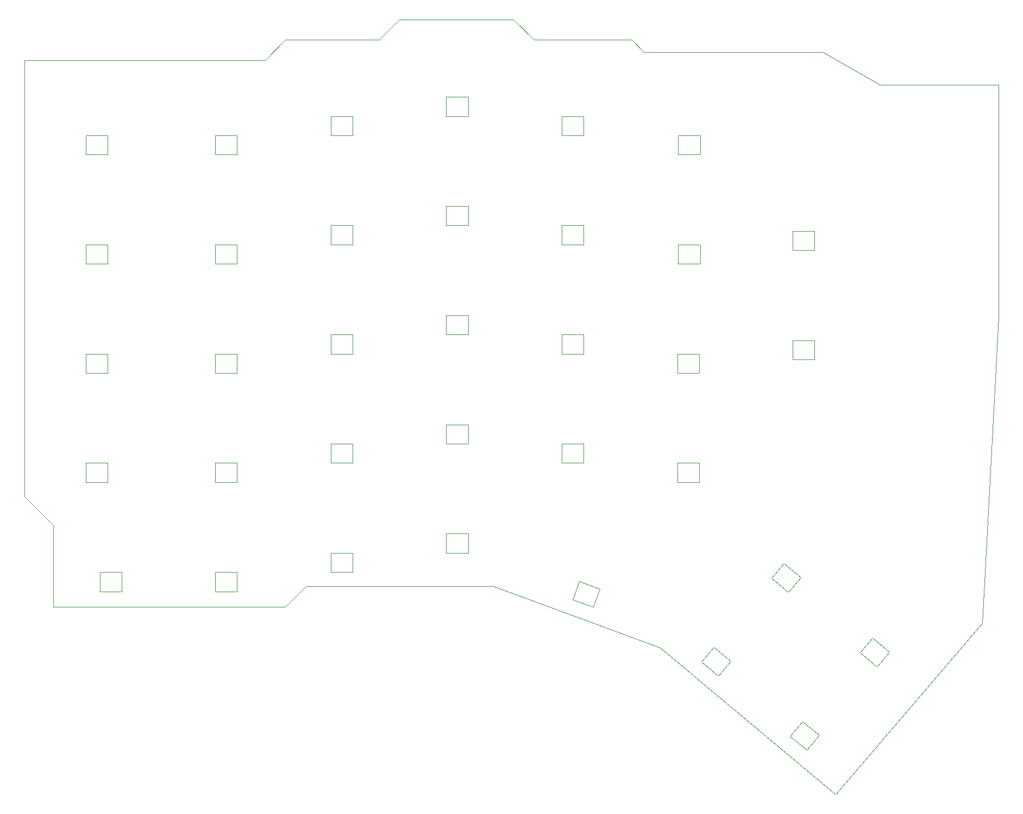
<source format=gm1>
G04 #@! TF.GenerationSoftware,KiCad,Pcbnew,(6.0.5)*
G04 #@! TF.CreationDate,2022-06-20T01:21:13+02:00*
G04 #@! TF.ProjectId,LPKeyboard,4c504b65-7962-46f6-9172-642e6b696361,rev?*
G04 #@! TF.SameCoordinates,Original*
G04 #@! TF.FileFunction,Profile,NP*
%FSLAX46Y46*%
G04 Gerber Fmt 4.6, Leading zero omitted, Abs format (unit mm)*
G04 Created by KiCad (PCBNEW (6.0.5)) date 2022-06-20 01:21:13*
%MOMM*%
%LPD*%
G01*
G04 APERTURE LIST*
G04 #@! TA.AperFunction,Profile*
%ADD10C,0.100000*%
G04 #@! TD*
G04 #@! TA.AperFunction,Profile*
%ADD11C,0.120000*%
G04 #@! TD*
G04 APERTURE END LIST*
D10*
X115570000Y-48895000D02*
X112395000Y-45720000D01*
X132715000Y-50800000D02*
X130810000Y-48895000D01*
X160655000Y-50800000D02*
X132715000Y-50800000D01*
X94615000Y-45720000D02*
X91440000Y-48895000D01*
X91440000Y-48895000D02*
X76835000Y-48895000D01*
X169545000Y-55880000D02*
X160655000Y-50800000D01*
X40640000Y-124460000D02*
X40640000Y-137160000D01*
X162560000Y-166370000D02*
X185420000Y-139700000D01*
X73660000Y-52070000D02*
X36195000Y-52070000D01*
X130810000Y-48895000D02*
X115570000Y-48895000D01*
X185420000Y-139700000D02*
X187960000Y-92075000D01*
X112395000Y-45720000D02*
X94615000Y-45720000D01*
X187960000Y-55880000D02*
X169545000Y-55880000D01*
X36195000Y-52070000D02*
X36195000Y-120015000D01*
X36195000Y-120015000D02*
X40640000Y-124460000D01*
X187960000Y-92075000D02*
X187960000Y-55880000D01*
X76835000Y-137160000D02*
X80010000Y-133985000D01*
X76835000Y-48895000D02*
X73660000Y-52070000D01*
X80010000Y-133985000D02*
X109220000Y-133985000D01*
X40640000Y-137160000D02*
X76835000Y-137160000D01*
X109220000Y-133985000D02*
X135255000Y-143510000D01*
X135255000Y-143510000D02*
X162560000Y-166370000D01*
D11*
X45710000Y-63779800D02*
X49110000Y-63779800D01*
X49110000Y-66779800D02*
X45710000Y-66779800D01*
X49110000Y-63779800D02*
X49110000Y-66779800D01*
X45710000Y-66779800D02*
X45710000Y-63779800D01*
X137897500Y-97777400D02*
X141297500Y-97777400D01*
X141297500Y-100777400D02*
X137897500Y-100777400D01*
X141297500Y-97777400D02*
X141297500Y-100777400D01*
X137897500Y-100777400D02*
X137897500Y-97777400D01*
X119897500Y-94779800D02*
X123297500Y-94779800D01*
X123297500Y-97779800D02*
X119897500Y-97779800D01*
X123297500Y-94779800D02*
X123297500Y-97779800D01*
X119897500Y-97779800D02*
X119897500Y-94779800D01*
X83897500Y-60779800D02*
X87297500Y-60779800D01*
X87297500Y-63779800D02*
X83897500Y-63779800D01*
X87297500Y-60779800D02*
X87297500Y-63779800D01*
X83897500Y-63779800D02*
X83897500Y-60779800D01*
X45710000Y-97779800D02*
X49110000Y-97779800D01*
X49110000Y-100779800D02*
X45710000Y-100779800D01*
X49110000Y-97779800D02*
X49110000Y-100779800D01*
X45710000Y-100779800D02*
X45710000Y-97779800D01*
X155897500Y-78654800D02*
X159297500Y-78654800D01*
X159297500Y-81654800D02*
X155897500Y-81654800D01*
X159297500Y-78654800D02*
X159297500Y-81654800D01*
X155897500Y-81654800D02*
X155897500Y-78654800D01*
X137897500Y-114779800D02*
X141297500Y-114779800D01*
X141297500Y-117779800D02*
X137897500Y-117779800D01*
X141297500Y-114779800D02*
X141297500Y-117779800D01*
X137897500Y-117779800D02*
X137897500Y-114779800D01*
X83897500Y-77779800D02*
X87297500Y-77779800D01*
X87297500Y-80779800D02*
X83897500Y-80779800D01*
X87297500Y-77779800D02*
X87297500Y-80779800D01*
X83897500Y-80779800D02*
X83897500Y-77779800D01*
X65897500Y-114779800D02*
X69297500Y-114779800D01*
X69297500Y-117779800D02*
X65897500Y-117779800D01*
X69297500Y-114779800D02*
X69297500Y-117779800D01*
X65897500Y-117779800D02*
X65897500Y-114779800D01*
X65897500Y-63779800D02*
X69297500Y-63779800D01*
X69297500Y-66779800D02*
X65897500Y-66779800D01*
X69297500Y-63779800D02*
X69297500Y-66779800D01*
X65897500Y-66779800D02*
X65897500Y-63779800D01*
X101897500Y-91779800D02*
X105297500Y-91779800D01*
X105297500Y-94779800D02*
X101897500Y-94779800D01*
X105297500Y-91779800D02*
X105297500Y-94779800D01*
X101897500Y-94779800D02*
X101897500Y-91779800D01*
X154533841Y-130411451D02*
X157138392Y-132596929D01*
X155210029Y-134895063D02*
X152605478Y-132709585D01*
X157138392Y-132596929D02*
X155210029Y-134895063D01*
X152605478Y-132709585D02*
X154533841Y-130411451D01*
X119897500Y-111779800D02*
X123297500Y-111779800D01*
X123297500Y-114779800D02*
X119897500Y-114779800D01*
X123297500Y-111779800D02*
X123297500Y-114779800D01*
X119897500Y-114779800D02*
X119897500Y-111779800D01*
X83897500Y-111779800D02*
X87297500Y-111779800D01*
X87297500Y-114779800D02*
X83897500Y-114779800D01*
X87297500Y-111779800D02*
X87297500Y-114779800D01*
X83897500Y-114779800D02*
X83897500Y-111779800D01*
X101897500Y-125779800D02*
X105297500Y-125779800D01*
X105297500Y-128779800D02*
X101897500Y-128779800D01*
X105297500Y-125779800D02*
X105297500Y-128779800D01*
X101897500Y-128779800D02*
X101897500Y-125779800D01*
X101897500Y-108779800D02*
X105297500Y-108779800D01*
X105297500Y-111779800D02*
X101897500Y-111779800D01*
X105297500Y-108779800D02*
X105297500Y-111779800D01*
X101897500Y-111779800D02*
X101897500Y-108779800D01*
X47897500Y-131779800D02*
X51297500Y-131779800D01*
X51297500Y-134779800D02*
X47897500Y-134779800D01*
X51297500Y-131779800D02*
X51297500Y-134779800D01*
X47897500Y-134779800D02*
X47897500Y-131779800D01*
X45710000Y-80779800D02*
X49110000Y-80779800D01*
X49110000Y-83779800D02*
X45710000Y-83779800D01*
X49110000Y-80779800D02*
X49110000Y-83779800D01*
X45710000Y-83779800D02*
X45710000Y-80779800D01*
X143606452Y-143434208D02*
X146211003Y-145619686D01*
X144282640Y-147917820D02*
X141678089Y-145732342D01*
X146211003Y-145619686D02*
X144282640Y-147917820D01*
X141678089Y-145732342D02*
X143606452Y-143434208D01*
X65897500Y-80779800D02*
X69297500Y-80779800D01*
X69297500Y-83779800D02*
X65897500Y-83779800D01*
X69297500Y-80779800D02*
X69297500Y-83779800D01*
X65897500Y-83779800D02*
X65897500Y-80779800D01*
X157395251Y-155004385D02*
X159999802Y-157189863D01*
X158071439Y-159487997D02*
X155466888Y-157302519D01*
X159999802Y-157189863D02*
X158071439Y-159487997D01*
X155466888Y-157302519D02*
X157395251Y-155004385D01*
X83897500Y-128779800D02*
X87297500Y-128779800D01*
X87297500Y-131779800D02*
X83897500Y-131779800D01*
X87297500Y-128779800D02*
X87297500Y-131779800D01*
X83897500Y-131779800D02*
X83897500Y-128779800D01*
X155897500Y-95654800D02*
X159297500Y-95654800D01*
X159297500Y-98654800D02*
X155897500Y-98654800D01*
X159297500Y-95654800D02*
X159297500Y-98654800D01*
X155897500Y-98654800D02*
X155897500Y-95654800D01*
X138047500Y-80779800D02*
X141447500Y-80779800D01*
X141447500Y-83779800D02*
X138047500Y-83779800D01*
X141447500Y-80779800D02*
X141447500Y-83779800D01*
X138047500Y-83779800D02*
X138047500Y-80779800D01*
X168322642Y-141981629D02*
X170927193Y-144167107D01*
X168998830Y-146465241D02*
X166394279Y-144279763D01*
X170927193Y-144167107D02*
X168998830Y-146465241D01*
X166394279Y-144279763D02*
X168322642Y-141981629D01*
X122609975Y-133239508D02*
X125804930Y-134402376D01*
X124778869Y-137221454D02*
X121583914Y-136058586D01*
X125804930Y-134402376D02*
X124778869Y-137221454D01*
X121583914Y-136058586D02*
X122609975Y-133239508D01*
X65897500Y-97779800D02*
X69297500Y-97779800D01*
X69297500Y-100779800D02*
X65897500Y-100779800D01*
X69297500Y-97779800D02*
X69297500Y-100779800D01*
X65897500Y-100779800D02*
X65897500Y-97779800D01*
X45710000Y-114779800D02*
X49110000Y-114779800D01*
X49110000Y-117779800D02*
X45710000Y-117779800D01*
X49110000Y-114779800D02*
X49110000Y-117779800D01*
X45710000Y-117779800D02*
X45710000Y-114779800D01*
X119897500Y-77779800D02*
X123297500Y-77779800D01*
X123297500Y-80779800D02*
X119897500Y-80779800D01*
X123297500Y-77779800D02*
X123297500Y-80779800D01*
X119897500Y-80779800D02*
X119897500Y-77779800D01*
X119897500Y-60779800D02*
X123297500Y-60779800D01*
X123297500Y-63779800D02*
X119897500Y-63779800D01*
X123297500Y-60779800D02*
X123297500Y-63779800D01*
X119897500Y-63779800D02*
X119897500Y-60779800D01*
X65897500Y-131779800D02*
X69297500Y-131779800D01*
X69297500Y-134779800D02*
X65897500Y-134779800D01*
X69297500Y-131779800D02*
X69297500Y-134779800D01*
X65897500Y-134779800D02*
X65897500Y-131779800D01*
X101897500Y-57779800D02*
X105297500Y-57779800D01*
X105297500Y-60779800D02*
X101897500Y-60779800D01*
X105297500Y-57779800D02*
X105297500Y-60779800D01*
X101897500Y-60779800D02*
X101897500Y-57779800D01*
X138047500Y-63779800D02*
X141447500Y-63779800D01*
X141447500Y-66779800D02*
X138047500Y-66779800D01*
X141447500Y-63779800D02*
X141447500Y-66779800D01*
X138047500Y-66779800D02*
X138047500Y-63779800D01*
X83897500Y-94779800D02*
X87297500Y-94779800D01*
X87297500Y-97779800D02*
X83897500Y-97779800D01*
X87297500Y-94779800D02*
X87297500Y-97779800D01*
X83897500Y-97779800D02*
X83897500Y-94779800D01*
X101897500Y-74779800D02*
X105297500Y-74779800D01*
X105297500Y-77779800D02*
X101897500Y-77779800D01*
X105297500Y-74779800D02*
X105297500Y-77779800D01*
X101897500Y-77779800D02*
X101897500Y-74779800D01*
M02*

</source>
